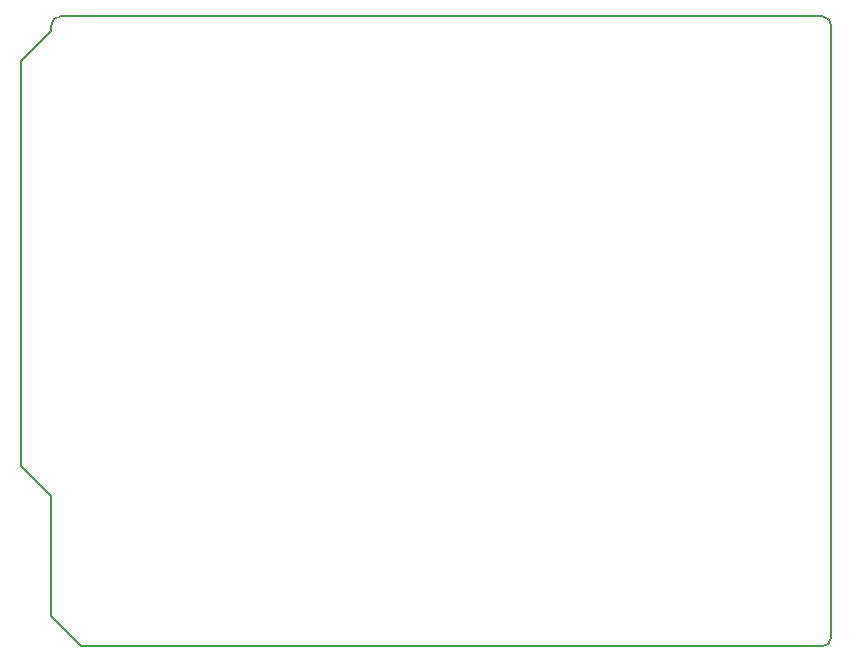
<source format=gbr>
%TF.GenerationSoftware,KiCad,Pcbnew,7.0.7*%
%TF.CreationDate,2024-05-13T13:27:10-04:00*%
%TF.ProjectId,diff-probe-x4-v2,64696666-2d70-4726-9f62-652d78342d76,rev?*%
%TF.SameCoordinates,Original*%
%TF.FileFunction,Profile,NP*%
%FSLAX46Y46*%
G04 Gerber Fmt 4.6, Leading zero omitted, Abs format (unit mm)*
G04 Created by KiCad (PCBNEW 7.0.7) date 2024-05-13 13:27:10*
%MOMM*%
%LPD*%
G01*
G04 APERTURE LIST*
%TA.AperFunction,Profile*%
%ADD10C,0.150000*%
%TD*%
G04 APERTURE END LIST*
D10*
X102540000Y-87300000D02*
X100000000Y-84760000D01*
X168580000Y-47422000D02*
X168580000Y-99238000D01*
X100000000Y-84760000D02*
X100000000Y-50470000D01*
X103302000Y-46660000D02*
X167818000Y-46660000D01*
X167818000Y-100000000D02*
X105080000Y-100000000D01*
X168580000Y-47422000D02*
G75*
G03*
X167818000Y-46660000I-762000J0D01*
G01*
X100000000Y-50470000D02*
X102540000Y-47930000D01*
X105080000Y-100000000D02*
X102540000Y-97460000D01*
X103302000Y-46660000D02*
G75*
G03*
X102540000Y-47422000I0J-762000D01*
G01*
X167818000Y-100000000D02*
G75*
G03*
X168580000Y-99238000I0J762000D01*
G01*
X102540000Y-97460000D02*
X102540000Y-87300000D01*
X102540000Y-47930000D02*
X102540000Y-47422000D01*
M02*

</source>
